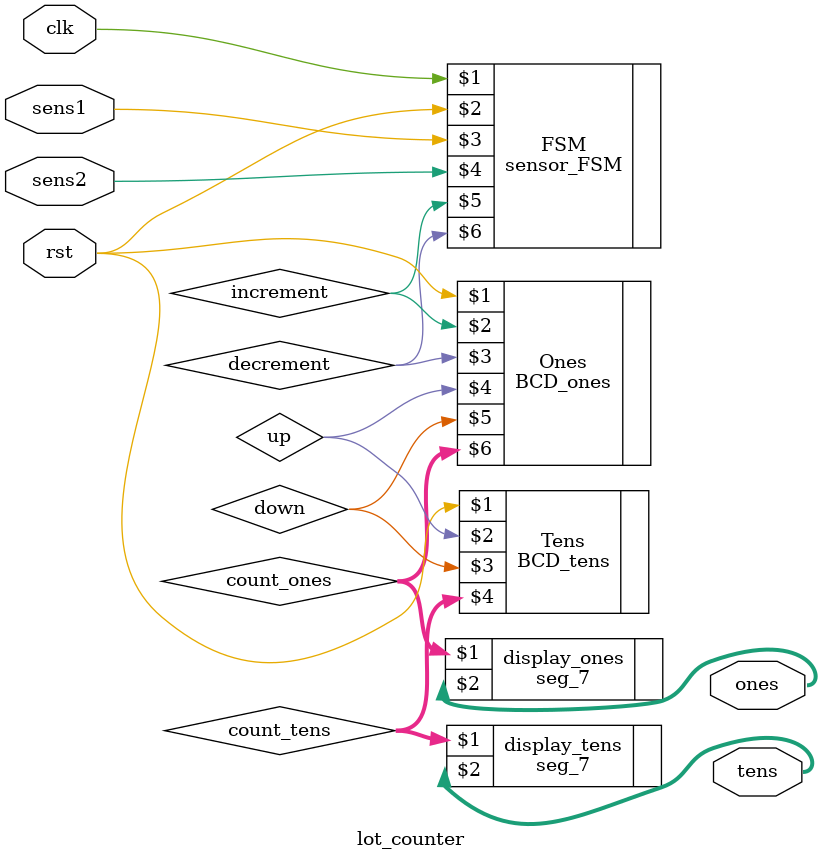
<source format=v>

module lot_counter(
	input clk,
	input rst,
	input sens1,
	input sens2,
	output [6:0]ones,
	output [6:0]tens
);

//-----------------------------------------------------------
// Signal Declarations: wire
//-----------------------------------------------------------

	wire increment, decrement, up, down;											
	wire [3:0] count_ones, count_tens;
	

	sensor_FSM 	FSM(clk, rst, sens1, sens2, increment, decrement);
	BCD_ones 	Ones(rst, increment, decrement, up, down, count_ones);
	BCD_tens 	Tens(rst, up, down, count_tens);
	seg_7 		display_ones(count_ones, ones);
	seg_7			display_tens(count_tens, tens);
	
	
endmodule
	
</source>
